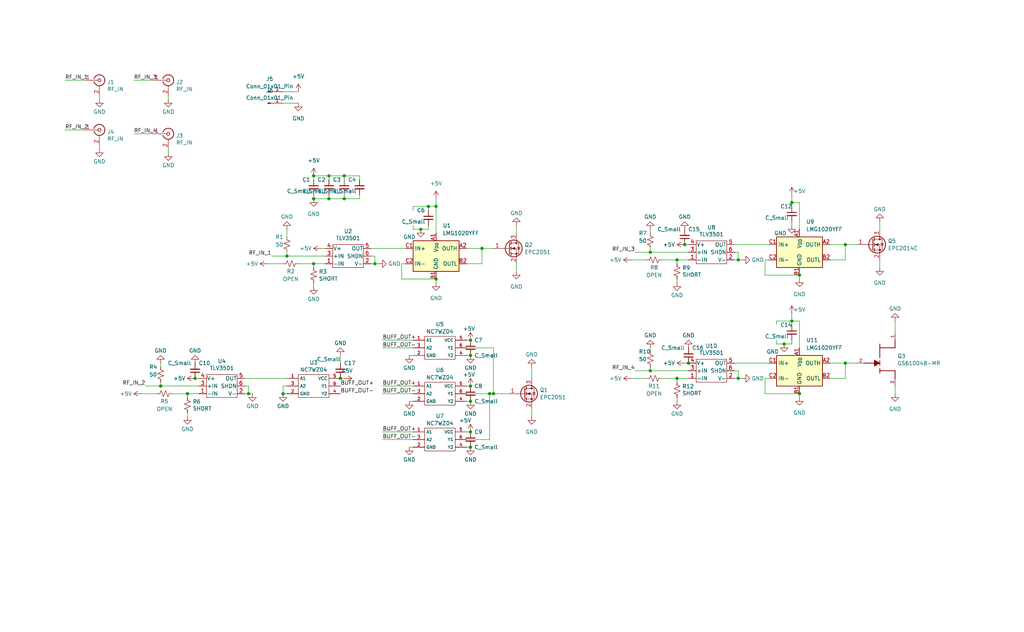
<source format=kicad_sch>
(kicad_sch (version 20230121) (generator eeschema)
  (paper "User" 340.004 210.007)
  (lib_symbols
    (symbol "Connector:Conn_01x01_Pin" (pin_names (offset 1.016) hide)
      (property "Reference" "J" (at 0 2.54 0))
      (property "Value" "Conn_01x01_Pin" (at 0 -2.54 0))
      (symbol "Conn_01x01_Pin_1_1"
        (polyline (pts (xy 1.27 0) (xy 0.8636 0)) (stroke (width 0.1524)))
        (rectangle (start 0.8636 0.127) (end 0 -0.127) (stroke (width 0.1524)) (fill (type outline)))
        (pin passive line (at 5.08 0 180) (length 3.81) (name "Pin_1") (number "1"))
      )
    )
    (symbol "Connector:Conn_Coaxial" (pin_names (offset 1.016) hide)
      (property "Reference" "J" (at 0.254 3.048 0))
      (property "Value" "Conn_Coaxial" (at 2.921 0 90))
      (symbol "Conn_Coaxial_0_1"
        (arc (start -1.778 -0.508) (mid 0.2311 -1.8066) (end 1.778 0) (stroke (width 0.254)))
        (polyline (pts (xy -2.54 0) (xy -0.508 0)))
        (polyline (pts (xy 0 -2.54) (xy 0 -1.778)))
        (circle (center 0 0) (radius 0.508) (stroke (width 0.2032)))
        (arc (start 1.778 0) (mid 0.2099 1.8101) (end -1.778 0.508) (stroke (width 0.254)))
      )
      (symbol "Conn_Coaxial_1_1"
        (pin passive line (at -5.08 0 0) (length 2.54) (name "In") (number "1"))
        (pin passive line (at 0 -5.08 90) (length 2.54) (name "Ext") (number "2"))
      )
    )
    (symbol "Device:C_Small" (pin_numbers hide) (pin_names (offset 0.254) hide)
      (property "Reference" "C" (at 0.254 1.778 0))
      (property "Value" "C_Small" (at 0.254 -2.032 0))
      (symbol "C_Small_0_1"
        (polyline (pts (xy -1.524 -0.508) (xy 1.524 -0.508)) (stroke (width 0.3302)))
        (polyline (pts (xy -1.524 0.508) (xy 1.524 0.508)) (stroke (width 0.3048)))
      )
      (symbol "C_Small_1_1"
        (pin passive line (at 0 2.54 270) (length 2.032) (name "~") (number "1"))
        (pin passive line (at 0 -2.54 90) (length 2.032) (name "~") (number "2"))
      )
    )
    (symbol "Device:Q_NMOS_GSD" (pin_names (offset 0) hide)
      (property "Reference" "Q" (at 5.08 1.27 0))
      (property "Value" "Q_NMOS_GSD" (at 5.08 -1.27 0))
      (symbol "Q_NMOS_GSD_0_1"
        (polyline (pts (xy 0.254 0) (xy -2.54 0)))
        (polyline (pts (xy 0.254 1.905) (xy 0.254 -1.905)) (stroke (width 0.254)))
        (polyline (pts (xy 0.762 -1.27) (xy 0.762 -2.286)) (stroke (width 0.254)))
        (polyline (pts (xy 0.762 0.508) (xy 0.762 -0.508)) (stroke (width 0.254)))
        (polyline (pts (xy 0.762 2.286) (xy 0.762 1.27)) (stroke (width 0.254)))
        (polyline (pts (xy 2.54 2.54) (xy 2.54 1.778)))
        (polyline (pts (xy 2.54 -2.54) (xy 2.54 0) (xy 0.762 0)))
        (polyline (pts (xy 0.762 -1.778) (xy 3.302 -1.778) (xy 3.302 1.778) (xy 0.762 1.778)))
        (polyline (pts (xy 1.016 0) (xy 2.032 0.381) (xy 2.032 -0.381) (xy 1.016 0)) (fill (type outline)))
        (polyline (pts (xy 2.794 0.508) (xy 2.921 0.381) (xy 3.683 0.381) (xy 3.81 0.254)))
        (polyline (pts (xy 3.302 0.381) (xy 2.921 -0.254) (xy 3.683 -0.254) (xy 3.302 0.381)))
        (circle (center 1.651 0) (radius 2.794) (stroke (width 0.254)))
        (circle (center 2.54 -1.778) (radius 0.254) (fill (type outline)))
        (circle (center 2.54 1.778) (radius 0.254) (fill (type outline)))
      )
      (symbol "Q_NMOS_GSD_1_1"
        (pin input line (at -5.08 0 0) (length 2.54) (name "G") (number "1"))
        (pin passive line (at 2.54 -5.08 90) (length 2.54) (name "S") (number "2"))
        (pin passive line (at 2.54 5.08 270) (length 2.54) (name "D") (number "3"))
        (pin passive line (at 2.54 5.08 270) (length 2.54) hide (name "D") (number "4"))
        (pin passive line (at 2.54 -5.08 90) (length 2.54) hide (name "D") (number "5"))
        (pin passive line (at 2.54 -5.08 90) (length 2.54) hide (name "D") (number "6"))
      )
    )
    (symbol "Device:R_Small_US" (pin_numbers hide) (pin_names (offset 0.254) hide)
      (property "Reference" "R" (at 0.762 0.508 0))
      (property "Value" "R_Small_US" (at 0.762 -1.016 0))
      (symbol "R_Small_US_1_1"
        (polyline (pts (xy 0 0) (xy 1.016 -0.381) (xy 0 -0.762) (xy -1.016 -1.143) (xy 0 -1.524)))
        (polyline (pts (xy 0 1.524) (xy 1.016 1.143) (xy 0 0.762) (xy -1.016 0.381) (xy 0 0)))
        (pin passive line (at 0 2.54 270) (length 1.016) (name "~") (number "1"))
        (pin passive line (at 0 -2.54 90) (length 1.016) (name "~") (number "2"))
      )
    )
    (symbol "Driver_FET:LMG1020YFF"
      (property "Reference" "U" (at 5.715 5.715 0))
      (property "Value" "LMG1020YFF" (at 6.35 -6.35 0))
      (symbol "LMG1020YFF_0_1"
        (rectangle (start -7.62 5.08) (end 7.62 -5.08) (stroke (width 0.254)) (fill (type background)))
      )
      (symbol "LMG1020YFF_1_1"
        (pin power_in line (at 0 7.62 270) (length 2.54) (name "V_{DD}") (number "A1"))
        (pin output line (at 10.16 2.54 180) (length 2.54) (name "OUTH") (number "A2"))
        (pin power_in line (at 0 -7.62 90) (length 2.54) (name "GND") (number "B1"))
        (pin output line (at 10.16 -2.54 180) (length 2.54) (name "OUTL") (number "B2"))
        (pin input line (at -10.16 2.54 0) (length 2.54) (name "IN+") (number "C1"))
        (pin input line (at -10.16 -2.54 0) (length 2.54) (name "IN-") (number "C2"))
      )
    )
    (symbol "GS61004B-MR:GS61004B-MR" (pin_names (offset 1.016))
      (property "Reference" "Q" (at -8.89 7.62 0))
      (property "Value" "GS61004B-MR" (at -8.89 -8.89 0))
      (symbol "GS61004B-MR_0_0"
        (polyline (pts (xy -0.635 0) (xy -5.08 0)) (stroke (width 0.254)))
        (polyline (pts (xy 0 -2.54) (xy 0 -3.302)) (stroke (width 0.254)))
        (polyline (pts (xy 0 -2.54) (xy 5.08 -2.54)) (stroke (width 0.254)))
        (polyline (pts (xy 0 -1.778) (xy 0 -2.54)) (stroke (width 0.254)))
        (polyline (pts (xy 0 -0.762) (xy 0 0.762)) (stroke (width 0.254)))
        (polyline (pts (xy 0 1.778) (xy 0 5.08)) (stroke (width 0.254)))
        (polyline (pts (xy 0 5.08) (xy 0 6.35)) (stroke (width 0.254)))
        (polyline (pts (xy 0 5.08) (xy 5.08 5.08)) (stroke (width 0.254)))
        (polyline (pts (xy 5.08 -2.54) (xy 5.08 -5.334)) (stroke (width 0.254)))
        (polyline (pts (xy 5.08 5.08) (xy 5.08 7.62)) (stroke (width 0.254)))
        (polyline (pts (xy -0.127 0) (xy -1.778 0.9525) (xy -1.778 -0.9525) (xy -0.127 0)) (stroke (width 0.254)) (fill (type outline)))
        (pin passive line (at 5.08 10.16 270) (length 2.54) (name "~") (number "1"))
        (pin passive line (at -7.62 0 0) (length 2.54) (name "~") (number "2"))
        (pin passive line (at 5.08 -7.62 90) (length 2.54) (name "~") (number "3"))
      )
    )
    (symbol "MyKICAD:TLV3501" (pin_names (offset 0.1016))
      (property "Reference" "U" (at 1.27 1.27 0))
      (property "Value" "MyKICAD_TLV3501" (at 5.08 -8.89 0))
      (symbol "TLV3501_0_1"
        (rectangle (start 0 0) (end 10.16 -7.62))
      )
      (symbol "TLV3501_1_1"
        (pin bidirectional line (at -2.54 -6.35 0) (length 2.54) (name "-IN") (number "1"))
        (pin bidirectional line (at 12.7 -6.35 180) (length 2.54) (name "V-") (number "2"))
        (pin bidirectional line (at -2.54 -3.81 0) (length 2.54) (name "+IN") (number "3"))
        (pin bidirectional line (at -2.54 -1.27 0) (length 2.54) (name "V+") (number "4"))
        (pin bidirectional line (at 12.7 -1.27 180) (length 2.54) (name "OUT") (number "5"))
        (pin bidirectional line (at 12.7 -3.81 180) (length 2.54) (name "SHDN") (number "6"))
      )
    )
    (symbol "Q_NMOS_GSD_1" (pin_names (offset 0) hide)
      (property "Reference" "Q4" (at 5.207 1.2121 0))
      (property "Value" "EPC2014C" (at 5.207 -1.2121 0))
      (symbol "Q_NMOS_GSD_1_0_1"
        (polyline (pts (xy 0.254 0) (xy -2.54 0)))
        (polyline (pts (xy 0.254 1.905) (xy 0.254 -1.905)) (stroke (width 0.254)))
        (polyline (pts (xy 0.762 -1.27) (xy 0.762 -2.286)) (stroke (width 0.254)))
        (polyline (pts (xy 0.762 0.508) (xy 0.762 -0.508)) (stroke (width 0.254)))
        (polyline (pts (xy 0.762 2.286) (xy 0.762 1.27)) (stroke (width 0.254)))
        (polyline (pts (xy 2.54 2.54) (xy 2.54 1.778)))
        (polyline (pts (xy 2.54 -2.54) (xy 2.54 0) (xy 0.762 0)))
        (polyline (pts (xy 0.762 -1.778) (xy 3.302 -1.778) (xy 3.302 1.778) (xy 0.762 1.778)))
        (polyline (pts (xy 1.016 0) (xy 2.032 0.381) (xy 2.032 -0.381) (xy 1.016 0)) (fill (type outline)))
        (polyline (pts (xy 2.794 0.508) (xy 2.921 0.381) (xy 3.683 0.381) (xy 3.81 0.254)))
        (polyline (pts (xy 3.302 0.381) (xy 2.921 -0.254) (xy 3.683 -0.254) (xy 3.302 0.381)))
        (circle (center 1.651 0) (radius 2.794) (stroke (width 0.254)))
        (circle (center 2.54 -1.778) (radius 0.254) (fill (type outline)))
        (circle (center 2.54 1.778) (radius 0.254) (fill (type outline)))
      )
      (symbol "Q_NMOS_GSD_1_1_1"
        (pin input line (at -5.08 0 0) (length 2.54) (name "G") (number "1"))
        (pin passive line (at 2.54 -5.08 90) (length 2.54) (name "S") (number "2"))
        (pin passive line (at 2.54 5.08 270) (length 2.54) (name "D") (number "3"))
        (pin passive line (at 2.54 -5.08 90) (length 2.54) hide (name "S") (number "4"))
        (pin passive line (at 2.54 5.08 270) (length 2.54) hide (name "D") (number "5"))
      )
    )
    (symbol "parts:NC7WZ04"
      (property "Reference" "U?" (at 0 5.08 0))
      (property "Value" "NC7WZ04" (at -6.35 6.35 0))
      (symbol "NC7WZ04_0_1"
        (rectangle (start -5.08 3.81) (end 5.08 -3.81))
      )
      (symbol "NC7WZ04_1_0"
        (pin input line (at -8.89 2.54 0) (length 3.81) (name "A1") (number "1"))
        (pin input line (at -8.89 -2.54 0) (length 3.81) (name "GND") (number "2"))
        (pin input line (at -8.89 0 0) (length 3.81) (name "A2") (number "3"))
        (pin input line (at 8.89 -2.54 180) (length 3.81) (name "Y2") (number "4"))
        (pin input line (at 8.89 2.54 180) (length 3.81) (name "VCC") (number "5"))
        (pin input line (at 8.89 0 180) (length 3.81) (name "Y1") (number "6"))
      )
    )
    (symbol "power:+5V" (power) (pin_names (offset 0))
      (property "Value" "+5V" (at 0 3.556 0))
      (symbol "+5V_0_1"
        (polyline (pts (xy -0.762 1.27) (xy 0 2.54)))
        (polyline (pts (xy 0 0) (xy 0 2.54)))
        (polyline (pts (xy 0 2.54) (xy 0.762 1.27)))
      )
      (symbol "+5V_1_1"
        (pin power_in line (at 0 0 90) (length 0) hide (name "+5V") (number "1"))
      )
    )
    (symbol "power:GND" (power) (pin_names (offset 0))
      (property "Value" "GND" (at 0 -3.81 0))
      (symbol "GND_0_1"
        (polyline (pts (xy 0 0) (xy 0 -1.27) (xy 1.27 -1.27) (xy 0 -2.54) (xy -1.27 -1.27) (xy 0 -1.27)))
      )
      (symbol "GND_1_1"
        (pin power_in line (at 0 0 270) (length 0) hide (name "GND") (number "1"))
      )
    )
  )
  (junction (at 262.89 106.68))
  (junction (at 260.35 114.3))
  (junction (at 104.14 87.63))
  (junction (at 53.34 128.27))
  (junction (at 215.9 83.82))
  (junction (at 156.21 113.03))
  (junction (at 163.83 130.81))
  (junction (at 109.22 66.04))
  (junction (at 262.89 67.31))
  (junction (at 215.9 123.19))
  (junction (at 114.3 66.04))
  (junction (at 144.78 92.71))
  (junction (at 109.22 58.42))
  (junction (at 227.33 81.28))
  (junction (at 64.77 125.73))
  (junction (at 280.67 120.65))
  (junction (at 160.02 82.55))
  (junction (at 265.43 91.44))
  (junction (at 245.11 125.73))
  (junction (at 156.21 148.59))
  (junction (at 104.14 66.04))
  (junction (at 228.6 120.65))
  (junction (at 280.67 81.28))
  (junction (at 139.7 76.2))
  (junction (at 124.46 87.63))
  (junction (at 62.23 130.81))
  (junction (at 156.21 143.51))
  (junction (at 224.79 125.73))
  (junction (at 245.11 86.36))
  (junction (at 162.56 130.81))
  (junction (at 156.21 128.27))
  (junction (at 93.98 130.81))
  (junction (at 144.78 68.58))
  (junction (at 142.24 68.58))
  (junction (at 265.43 130.81))
  (junction (at 156.21 133.35))
  (junction (at 114.3 58.42))
  (junction (at 224.79 86.36))
  (junction (at 95.25 85.09))
  (junction (at 113.03 125.73))
  (junction (at 82.55 130.81))
  (junction (at 104.14 58.42))
  (junction (at 156.21 118.11))
  (wire (pts (xy 254 86.36) (xy 255.27 86.36)))
  (wire (pts (xy 114.3 58.42) (xy 119.38 58.42)))
  (wire (pts (xy 245.11 86.36) (xy 246.38 86.36)))
  (wire (pts (xy 21.59 43.18) (xy 27.94 43.18)))
  (wire (pts (xy 262.89 67.31) (xy 262.89 68.58)))
  (wire (pts (xy 113.03 118.11) (xy 113.03 120.65)))
  (wire (pts (xy 275.59 120.65) (xy 280.67 120.65)))
  (wire (pts (xy 162.56 130.81) (xy 163.83 130.81)))
  (wire (pts (xy 127 146.05) (xy 137.16 146.05)))
  (wire (pts (xy 81.28 128.27) (xy 82.55 128.27)))
  (wire (pts (xy 142.24 74.93) (xy 142.24 76.2)))
  (wire (pts (xy 135.89 148.59) (xy 137.16 148.59)))
  (wire (pts (xy 160.02 82.55) (xy 163.83 82.55)))
  (wire (pts (xy 254 125.73) (xy 255.27 125.73)))
  (wire (pts (xy 275.59 125.73) (xy 280.67 125.73)))
  (wire (pts (xy 154.94 115.57) (xy 163.83 115.57)))
  (wire (pts (xy 99.06 87.63) (xy 104.14 87.63)))
  (wire (pts (xy 243.84 125.73) (xy 245.11 125.73)))
  (wire (pts (xy 154.94 113.03) (xy 156.21 113.03)))
  (wire (pts (xy 64.77 125.73) (xy 66.04 125.73)))
  (wire (pts (xy 265.43 67.31) (xy 265.43 76.2)))
  (wire (pts (xy 139.7 76.2) (xy 142.24 76.2)))
  (wire (pts (xy 137.16 74.93) (xy 137.16 76.2)))
  (wire (pts (xy 154.94 133.35) (xy 156.21 133.35)))
  (wire (pts (xy 137.16 76.2) (xy 139.7 76.2)))
  (wire (pts (xy 260.35 114.3) (xy 262.89 114.3)))
  (wire (pts (xy 245.11 83.82) (xy 245.11 86.36)))
  (wire (pts (xy 95.25 85.09) (xy 107.95 85.09)))
  (wire (pts (xy 257.81 114.3) (xy 260.35 114.3)))
  (wire (pts (xy 162.56 146.05) (xy 154.94 146.05)))
  (wire (pts (xy 109.22 64.77) (xy 109.22 66.04)))
  (wire (pts (xy 142.24 68.58) (xy 142.24 69.85)))
  (wire (pts (xy 82.55 128.27) (xy 82.55 130.81)))
  (wire (pts (xy 123.19 87.63) (xy 124.46 87.63)))
  (wire (pts (xy 176.53 121.92) (xy 176.53 125.73)))
  (wire (pts (xy 95.25 128.27) (xy 93.98 128.27)))
  (wire (pts (xy 123.19 85.09) (xy 124.46 85.09)))
  (wire (pts (xy 215.9 123.19) (xy 210.82 123.19)))
  (wire (pts (xy 44.45 26.67) (xy 50.8 26.67)))
  (wire (pts (xy 144.78 68.58) (xy 142.24 68.58)))
  (wire (pts (xy 53.34 120.65) (xy 53.34 121.92)))
  (wire (pts (xy 57.15 130.81) (xy 62.23 130.81)))
  (wire (pts (xy 254 91.44) (xy 265.43 91.44)))
  (wire (pts (xy 227.33 81.28) (xy 228.6 81.28)))
  (wire (pts (xy 262.89 104.14) (xy 262.89 106.68)))
  (wire (pts (xy 133.35 87.63) (xy 134.62 87.63)))
  (wire (pts (xy 53.34 128.27) (xy 48.26 128.27)))
  (wire (pts (xy 53.34 128.27) (xy 66.04 128.27)))
  (wire (pts (xy 144.78 68.58) (xy 144.78 77.47)))
  (wire (pts (xy 33.02 31.75) (xy 33.02 33.02)))
  (wire (pts (xy 215.9 83.82) (xy 228.6 83.82)))
  (wire (pts (xy 137.16 68.58) (xy 137.16 69.85)))
  (wire (pts (xy 245.11 125.73) (xy 246.38 125.73)))
  (wire (pts (xy 224.79 92.71) (xy 224.79 93.98)))
  (wire (pts (xy 275.59 81.28) (xy 280.67 81.28)))
  (wire (pts (xy 93.98 128.27) (xy 93.98 130.81)))
  (wire (pts (xy 93.98 30.48) (xy 99.06 30.48)))
  (wire (pts (xy 171.45 87.63) (xy 171.45 90.17)))
  (wire (pts (xy 265.43 91.44) (xy 265.43 92.71)))
  (wire (pts (xy 254 125.73) (xy 254 130.81)))
  (wire (pts (xy 163.83 130.81) (xy 168.91 130.81)))
  (wire (pts (xy 93.98 130.81) (xy 95.25 130.81)))
  (wire (pts (xy 119.38 66.04) (xy 119.38 64.77)))
  (wire (pts (xy 135.89 118.11) (xy 137.16 118.11)))
  (wire (pts (xy 262.89 113.03) (xy 262.89 114.3)))
  (wire (pts (xy 262.89 64.77) (xy 262.89 67.31)))
  (wire (pts (xy 254 130.81) (xy 265.43 130.81)))
  (wire (pts (xy 262.89 106.68) (xy 257.81 106.68)))
  (wire (pts (xy 53.34 128.27) (xy 53.34 127)))
  (wire (pts (xy 154.94 87.63) (xy 160.02 87.63)))
  (wire (pts (xy 215.9 83.82) (xy 210.82 83.82)))
  (wire (pts (xy 154.94 130.81) (xy 162.56 130.81)))
  (wire (pts (xy 224.79 132.08) (xy 224.79 133.35)))
  (wire (pts (xy 21.59 26.67) (xy 27.94 26.67)))
  (wire (pts (xy 163.83 115.57) (xy 163.83 130.81)))
  (wire (pts (xy 123.19 82.55) (xy 134.62 82.55)))
  (wire (pts (xy 109.22 58.42) (xy 109.22 59.69)))
  (wire (pts (xy 127 115.57) (xy 137.16 115.57)))
  (wire (pts (xy 224.79 86.36) (xy 228.6 86.36)))
  (wire (pts (xy 104.14 88.9) (xy 104.14 87.63)))
  (wire (pts (xy 275.59 86.36) (xy 280.67 86.36)))
  (wire (pts (xy 133.35 87.63) (xy 133.35 92.71)))
  (wire (pts (xy 292.1 86.36) (xy 292.1 88.9)))
  (wire (pts (xy 297.18 128.27) (xy 297.18 130.81)))
  (wire (pts (xy 44.45 44.45) (xy 50.8 44.45)))
  (wire (pts (xy 243.84 81.28) (xy 255.27 81.28)))
  (wire (pts (xy 144.78 66.04) (xy 144.78 68.58)))
  (wire (pts (xy 219.71 125.73) (xy 224.79 125.73)))
  (wire (pts (xy 62.23 132.08) (xy 62.23 130.81)))
  (wire (pts (xy 176.53 135.89) (xy 176.53 138.43)))
  (wire (pts (xy 83.82 130.81) (xy 82.55 130.81)))
  (wire (pts (xy 33.02 48.26) (xy 33.02 49.53)))
  (wire (pts (xy 62.23 130.81) (xy 66.04 130.81)))
  (wire (pts (xy 127 130.81) (xy 137.16 130.81)))
  (wire (pts (xy 95.25 85.09) (xy 90.17 85.09)))
  (wire (pts (xy 219.71 86.36) (xy 224.79 86.36)))
  (wire (pts (xy 104.14 64.77) (xy 104.14 66.04)))
  (wire (pts (xy 127 143.51) (xy 137.16 143.51)))
  (wire (pts (xy 215.9 115.57) (xy 215.9 116.84)))
  (wire (pts (xy 297.18 106.68) (xy 297.18 110.49)))
  (wire (pts (xy 55.88 49.53) (xy 55.88 50.8)))
  (wire (pts (xy 280.67 120.65) (xy 284.48 120.65)))
  (wire (pts (xy 262.89 106.68) (xy 262.89 107.95)))
  (wire (pts (xy 104.14 58.42) (xy 104.14 59.69)))
  (wire (pts (xy 160.02 87.63) (xy 160.02 82.55)))
  (wire (pts (xy 133.35 92.71) (xy 144.78 92.71)))
  (wire (pts (xy 224.79 125.73) (xy 228.6 125.73)))
  (wire (pts (xy 243.84 83.82) (xy 245.11 83.82)))
  (wire (pts (xy 62.23 137.16) (xy 62.23 138.43)))
  (wire (pts (xy 254 86.36) (xy 254 91.44)))
  (wire (pts (xy 280.67 86.36) (xy 280.67 81.28)))
  (wire (pts (xy 209.55 125.73) (xy 214.63 125.73)))
  (wire (pts (xy 113.03 125.73) (xy 114.3 125.73)))
  (wire (pts (xy 243.84 120.65) (xy 255.27 120.65)))
  (wire (pts (xy 154.94 143.51) (xy 156.21 143.51)))
  (wire (pts (xy 243.84 86.36) (xy 245.11 86.36)))
  (wire (pts (xy 215.9 76.2) (xy 215.9 77.47)))
  (wire (pts (xy 109.22 66.04) (xy 114.3 66.04)))
  (wire (pts (xy 262.89 67.31) (xy 265.43 67.31)))
  (wire (pts (xy 114.3 64.77) (xy 114.3 66.04)))
  (wire (pts (xy 162.56 130.81) (xy 162.56 146.05)))
  (wire (pts (xy 262.89 73.66) (xy 262.89 74.93)))
  (wire (pts (xy 171.45 74.93) (xy 171.45 77.47)))
  (wire (pts (xy 127 113.03) (xy 137.16 113.03)))
  (wire (pts (xy 142.24 68.58) (xy 137.16 68.58)))
  (wire (pts (xy 104.14 87.63) (xy 107.95 87.63)))
  (wire (pts (xy 46.99 130.81) (xy 52.07 130.81)))
  (wire (pts (xy 265.43 130.81) (xy 265.43 132.08)))
  (wire (pts (xy 82.55 130.81) (xy 81.28 130.81)))
  (wire (pts (xy 95.25 76.2) (xy 95.25 78.74)))
  (wire (pts (xy 154.94 118.11) (xy 156.21 118.11)))
  (wire (pts (xy 224.79 127) (xy 224.79 125.73)))
  (wire (pts (xy 95.25 85.09) (xy 95.25 83.82)))
  (wire (pts (xy 106.68 82.55) (xy 107.95 82.55)))
  (wire (pts (xy 154.94 148.59) (xy 156.21 148.59)))
  (wire (pts (xy 124.46 87.63) (xy 125.73 87.63)))
  (wire (pts (xy 114.3 58.42) (xy 114.3 59.69)))
  (wire (pts (xy 292.1 73.66) (xy 292.1 76.2)))
  (wire (pts (xy 114.3 66.04) (xy 119.38 66.04)))
  (wire (pts (xy 215.9 123.19) (xy 215.9 121.92)))
  (wire (pts (xy 257.81 106.68) (xy 257.81 107.95)))
  (wire (pts (xy 104.14 93.98) (xy 104.14 95.25)))
  (wire (pts (xy 215.9 83.82) (xy 215.9 82.55)))
  (wire (pts (xy 265.43 106.68) (xy 265.43 115.57)))
  (wire (pts (xy 154.94 82.55) (xy 160.02 82.55)))
  (wire (pts (xy 262.89 106.68) (xy 265.43 106.68)))
  (wire (pts (xy 154.94 128.27) (xy 156.21 128.27)))
  (wire (pts (xy 257.81 113.03) (xy 257.81 114.3)))
  (wire (pts (xy 109.22 58.42) (xy 114.3 58.42)))
  (wire (pts (xy 104.14 58.42) (xy 109.22 58.42)))
  (wire (pts (xy 119.38 58.42) (xy 119.38 59.69)))
  (wire (pts (xy 224.79 87.63) (xy 224.79 86.36)))
  (wire (pts (xy 104.14 66.04) (xy 109.22 66.04)))
  (wire (pts (xy 280.67 81.28) (xy 284.48 81.28)))
  (wire (pts (xy 243.84 123.19) (xy 245.11 123.19)))
  (wire (pts (xy 227.33 120.65) (xy 228.6 120.65)))
  (wire (pts (xy 209.55 86.36) (xy 214.63 86.36)))
  (wire (pts (xy 280.67 125.73) (xy 280.67 120.65)))
  (wire (pts (xy 127 128.27) (xy 137.16 128.27)))
  (wire (pts (xy 93.98 34.29) (xy 99.06 34.29)))
  (wire (pts (xy 215.9 123.19) (xy 228.6 123.19)))
  (wire (pts (xy 88.9 87.63) (xy 93.98 87.63)))
  (wire (pts (xy 245.11 123.19) (xy 245.11 125.73)))
  (wire (pts (xy 135.89 133.35) (xy 137.16 133.35)))
  (wire (pts (xy 81.28 125.73) (xy 95.25 125.73)))
  (wire (pts (xy 144.78 92.71) (xy 144.78 93.98)))
  (wire (pts (xy 55.88 31.75) (xy 55.88 33.02)))
  (wire (pts (xy 124.46 85.09) (xy 124.46 87.63)))
  (label "BUFF_OUT+" (at 127 143.51 0))
  (label "RF_IN_3" (at 210.82 83.82 180))
  (label "RF_IN_2" (at 21.59 43.18 0))
  (label "RF_IN_4" (at 210.82 123.19 180))
  (label "BUFF_OUT+" (at 127 128.27 0))
  (label "RF_IN_3" (at 44.45 26.67 0))
  (label "BUFF_OUT-" (at 127 130.81 0))
  (label "BUFF_OUT-" (at 127 146.05 0))
  (label "RF_IN_1" (at 90.17 85.09 180))
  (label "BUFF_OUT-" (at 113.03 130.81 0))
  (label "RF_IN_2" (at 48.26 128.27 180))
  (label "RF_IN_4" (at 44.45 44.45 0))
  (label "RF_IN_1" (at 21.59 26.67 0))
  (label "BUFF_OUT+" (at 127 113.03 0))
  (label "BUFF_OUT-" (at 127 115.57 0))
  (label "BUFF_OUT+" (at 113.03 128.27 0))
  (symbol (lib_id "power:GND") (at 135.89 133.35 0) (unit 1)
    (property "Reference" "#PWR021" (effects hide))
    (property "Value" "GND" (at 135.89 137.4831 0))
  )
  (symbol (lib_id "power:GND") (at 64.77 120.65 180) (unit 1)
    (property "Reference" "#PWR057" (effects hide))
    (property "Value" "GND" (at 64.77 116.5169 0))
  )
  (symbol (lib_id "power:GND") (at 104.14 66.04 0) (unit 1)
    (property "Reference" "#PWR04" (effects hide))
    (property "Value" "GND" (at 104.14 71.12 0))
  )
  (symbol (lib_id "power:GND") (at 265.43 132.08 0) (unit 1)
    (property "Reference" "#PWR047" (effects hide))
    (property "Value" "GND" (at 265.43 137.16 0))
  )
  (symbol (lib_id "power:+5V") (at 144.78 66.04 0) (unit 1)
    (property "Reference" "#PWR05" (effects hide))
    (property "Value" "+5V" (at 144.78 60.96 0))
  )
  (symbol (lib_id "power:+5V") (at 156.21 143.51 0) (unit 1)
    (property "Reference" "#PWR024" (effects hide))
    (property "Value" "+5V" (at 152.4 139.7 0) (effects (justify left)))
  )
  (symbol (lib_id "Device:R_Small_US") (at 224.79 129.54 0) (unit 1)
    (property "Reference" "R12" (at 226.5172 128.3716 0) (effects (justify left)))
    (property "Value" "SHORT" (at 226.5172 130.683 0) (effects (justify left)))
    (property "Footprint" "Resistor_SMD:R_0603_1608Metric" (effects hide))
  )
  (symbol (lib_id "power:+5V") (at 209.55 125.73 90) (unit 1)
    (property "Reference" "#PWR040" (effects hide))
    (property "Value" "+5V" (at 206.3751 125.73 90) (effects (justify left)))
  )
  (symbol (lib_id "power:GND") (at 224.79 133.35 0) (unit 1)
    (property "Reference" "#PWR042" (effects hide))
    (property "Value" "GND" (at 224.79 137.4831 0))
  )
  (symbol (lib_id "power:GND") (at 156.21 118.11 0) (unit 1)
    (property "Reference" "#PWR025" (effects hide))
    (property "Value" "GND" (at 156.21 122.2431 0))
  )
  (symbol (lib_id "Connector:Conn_Coaxial") (at 33.02 43.18 0) (unit 1)
    (property "Reference" "J4" (at 35.56 43.815 0) (effects (justify left)))
    (property "Value" "RF_IN" (at 35.56 46.1264 0) (effects (justify left)))
    (property "Footprint" "Connector_Coaxial:SMA_Amphenol_132134-10_Vertical" (effects hide))
    (property "Datasheet" " ~" (effects hide))
  )
  (symbol (lib_id "power:GND") (at 33.02 49.53 0) (unit 1)
    (property "Reference" "#PWR050" (effects hide))
    (property "Value" "GND" (at 33.02 53.6631 0))
  )
  (symbol (lib_id "Device:R_Small_US") (at 95.25 81.28 0) (unit 1)
    (property "Reference" "R1" (at 91.44 78.74 0) (effects (justify left)))
    (property "Value" "50" (at 91.44 81.28 0) (effects (justify left)))
    (property "Footprint" "Resistor_SMD:R_0603_1608Metric" (effects hide))
  )
  (symbol (lib_id "Device:C_Small") (at 142.24 72.39 0) (unit 1)
    (property "Reference" "C6" (at 138.43 69.85 0) (effects (justify left)))
    (property "Value" "C_Small" (at 133.35 73.66 0) (effects (justify left)))
    (property "Footprint" "Capacitor_SMD:C_0402_1005Metric_Pad0.74x0.62mm_HandSolder" (effects hide))
  )
  (symbol (lib_id "Device:C_Small") (at 119.38 62.23 0) (unit 1)
    (property "Reference" "C4" (at 115.57 59.69 0) (effects (justify left)))
    (property "Value" "C_Small" (at 110.49 63.5 0) (effects (justify left)))
    (property "Footprint" "Capacitor_SMD:C_0603_1608Metric_Pad1.08x0.95mm_HandSolder" (effects hide))
  )
  (symbol (lib_id "power:GND") (at 95.25 76.2 180) (unit 1)
    (property "Reference" "#PWR07" (effects hide))
    (property "Value" "GND" (at 95.25 72.0669 0))
  )
  (symbol (lib_id "power:GND") (at 125.73 87.63 90) (unit 1)
    (property "Reference" "#PWR010" (effects hide))
    (property "Value" "GND" (at 128.905 87.63 90) (effects (justify right)))
  )
  (symbol (lib_id "Device:R_Small_US") (at 62.23 134.62 0) (unit 1)
    (property "Reference" "R6" (at 63.9572 133.4516 0) (effects (justify left)))
    (property "Value" "SHORT" (at 63.9572 135.763 0) (effects (justify left)))
    (property "Footprint" "Resistor_SMD:R_0603_1608Metric" (effects hide))
  )
  (symbol (lib_id "power:GND") (at 93.98 130.81 0) (unit 1)
    (property "Reference" "#PWR013" (effects hide))
    (property "Value" "GND" (at 93.98 134.9431 0))
  )
  (symbol (lib_id "power:GND") (at 297.18 106.68 180) (unit 1)
    (property "Reference" "#PWR056" (effects hide))
    (property "Value" "GND" (at 297.18 102.5469 0))
  )
  (symbol (lib_id "Device:R_Small_US") (at 217.17 86.36 90) (unit 1)
    (property "Reference" "R8" (at 217.17 88.9 90))
    (property "Value" "OPEN" (at 217.17 91.44 90))
    (property "Footprint" "Resistor_SMD:R_0603_1608Metric" (effects hide))
  )
  (symbol (lib_id "power:GND") (at 292.1 88.9 0) (unit 1)
    (property "Reference" "#PWR048" (effects hide))
    (property "Value" "GND" (at 292.1 93.98 0))
  )
  (symbol (lib_id "Device:C_Small") (at 109.22 62.23 0) (unit 1)
    (property "Reference" "C2" (at 105.41 59.69 0) (effects (justify left)))
    (property "Value" "C_Small" (at 100.33 63.5 0) (effects (justify left)))
    (property "Footprint" "Capacitor_SMD:C_0603_1608Metric_Pad1.08x0.95mm_HandSolder" (effects hide))
  )
  (symbol (lib_id "Device:R_Small_US") (at 53.34 124.46 0) (unit 1)
    (property "Reference" "R4" (at 49.53 121.92 0) (effects (justify left)))
    (property "Value" "50" (at 49.53 124.46 0) (effects (justify left)))
    (property "Footprint" "Resistor_SMD:R_0603_1608Metric" (effects hide))
  )
  (symbol (lib_id "power:+5V") (at 46.99 130.81 90) (unit 1)
    (property "Reference" "#PWR014" (effects hide))
    (property "Value" "+5V" (at 43.8151 130.81 90) (effects (justify left)))
  )
  (symbol (lib_id "Device:R_Small_US") (at 215.9 119.38 0) (unit 1)
    (property "Reference" "R10" (at 212.09 116.84 0) (effects (justify left)))
    (property "Value" "50" (at 212.09 119.38 0) (effects (justify left)))
    (property "Footprint" "Resistor_SMD:R_0603_1608Metric" (effects hide))
  )
  (symbol (lib_id "Device:C_Small") (at 156.21 146.05 0) (unit 1)
    (property "Reference" "C9" (at 157.48 143.51 0) (effects (justify left)))
    (property "Value" "C_Small" (at 157.48 148.59 0) (effects (justify left)))
    (property "Footprint" "Capacitor_SMD:C_0402_1005Metric_Pad0.74x0.62mm_HandSolder" (effects hide))
  )
  (symbol (lib_id "power:GND") (at 228.6 115.57 180) (unit 1)
    (property "Reference" "#PWR059" (effects hide))
    (property "Value" "GND" (at 228.6 111.4369 0))
  )
  (symbol (lib_id "power:GND") (at 215.9 115.57 180) (unit 1)
    (property "Reference" "#PWR041" (effects hide))
    (property "Value" "GND" (at 215.9 111.4369 0))
  )
  (symbol (lib_id "power:GND") (at 176.53 138.43 0) (unit 1)
    (property "Reference" "#PWR028" (effects hide))
    (property "Value" "GND" (at 176.53 143.51 0))
  )
  (symbol (lib_id "parts:NC7WZ04") (at 146.05 130.81 0) (unit 1)
    (property "Reference" "U6" (at 146.05 122.9827 0))
    (property "Value" "NC7WZ04" (at 146.05 125.4069 0))
    (property "Footprint" "pcbparts:SOIC-6" (effects hide))
  )
  (symbol (lib_id "Device:C_Small") (at 114.3 62.23 0) (unit 1)
    (property "Reference" "C3" (at 110.49 59.69 0) (effects (justify left)))
    (property "Value" "C_Small" (at 105.41 63.5 0) (effects (justify left)))
    (property "Footprint" "Capacitor_SMD:C_0603_1608Metric_Pad1.08x0.95mm_HandSolder" (effects hide))
  )
  (symbol (lib_id "power:GND") (at 62.23 138.43 0) (unit 1)
    (property "Reference" "#PWR016" (effects hide))
    (property "Value" "GND" (at 62.23 142.5631 0))
  )
  (symbol (lib_id "power:GND") (at 113.03 118.11 180) (unit 1)
    (property "Reference" "#PWR060" (effects hide))
    (property "Value" "GND" (at 113.03 113.9769 0))
  )
  (symbol (lib_id "power:GND") (at 265.43 92.71 0) (unit 1)
    (property "Reference" "#PWR039" (effects hide))
    (property "Value" "GND" (at 265.43 97.79 0))
  )
  (symbol (lib_id "power:GND") (at 156.21 148.59 0) (unit 1)
    (property "Reference" "#PWR027" (effects hide))
    (property "Value" "GND" (at 156.21 152.7231 0))
  )
  (symbol (lib_id "power:GND") (at 246.38 86.36 90) (unit 1)
    (property "Reference" "#PWR036" (effects hide))
    (property "Value" "GND" (at 249.555 86.36 90) (effects (justify right)))
  )
  (symbol (lib_id "power:GND") (at 260.35 114.3 0) (unit 1)
    (property "Reference" "#PWR045" (effects hide))
    (property "Value" "GND" (at 256.54 116.84 0))
  )
  (symbol (lib_id "power:GND") (at 55.88 33.02 0) (unit 1)
    (property "Reference" "#PWR030" (effects hide))
    (property "Value" "GND" (at 55.88 37.1531 0))
  )
  (symbol (lib_id "Connector:Conn_Coaxial") (at 55.88 44.45 0) (unit 1)
    (property "Reference" "J3" (at 58.42 45.085 0) (effects (justify left)))
    (property "Value" "RF_IN" (at 58.42 47.3964 0) (effects (justify left)))
    (property "Footprint" "Connector_Coaxial:SMA_Amphenol_132134-10_Vertical" (effects hide))
    (property "Datasheet" " ~" (effects hide))
  )
  (symbol (lib_id "power:+5V") (at 114.3 125.73 270) (unit 1)
    (property "Reference" "#PWR012" (effects hide))
    (property "Value" "+5V" (at 113.03 123.19 90) (effects (justify left)))
  )
  (symbol (lib_id "Device:Q_NMOS_GSD") (at 168.91 82.55 0) (unit 1)
    (property "Reference" "Q2" (at 174.117 81.3379 0) (effects (justify left)))
    (property "Value" "EPC2051" (at 174.117 83.7621 0) (effects (justify left)))
    (property "Footprint" "EPCGaN:BGA-6_3x2_6.0x6.0mm" (effects hide))
  )
  (symbol (lib_id "power:GND") (at 246.38 125.73 90) (unit 1)
    (property "Reference" "#PWR044" (effects hide))
    (property "Value" "GND" (at 249.555 125.73 90) (effects (justify right)))
  )
  (symbol (lib_id "power:GND") (at 215.9 76.2 180) (unit 1)
    (property "Reference" "#PWR033" (effects hide))
    (property "Value" "GND" (at 215.9 72.0669 0))
  )
  (symbol (lib_id "Device:R_Small_US") (at 217.17 125.73 90) (unit 1)
    (property "Reference" "R11" (at 217.17 128.27 90))
    (property "Value" "OPEN" (at 217.17 130.81 90))
    (property "Footprint" "Resistor_SMD:R_0603_1608Metric" (effects hide))
  )
  (symbol (lib_id "Connector:Conn_Coaxial") (at 55.88 26.67 0) (unit 1)
    (property "Reference" "J2" (at 58.42 27.305 0) (effects (justify left)))
    (property "Value" "RF_IN" (at 58.42 29.6164 0) (effects (justify left)))
    (property "Footprint" "Connector_Coaxial:SMA_Amphenol_132134-10_Vertical" (effects hide))
    (property "Datasheet" " ~" (effects hide))
  )
  (symbol (lib_id "Device:R_Small_US") (at 104.14 91.44 0) (unit 1)
    (property "Reference" "R3" (at 105.8672 90.2716 0) (effects (justify left)))
    (property "Value" "SHORT" (at 105.8672 92.583 0) (effects (justify left)))
    (property "Footprint" "Resistor_SMD:R_0603_1608Metric" (effects hide))
  )
  (symbol (lib_id "power:GND") (at 171.45 74.93 180) (unit 1)
    (property "Reference" "#PWR053" (effects hide))
    (property "Value" "GND" (at 171.45 70.7969 0))
  )
  (symbol (lib_id "Device:C_Small") (at 228.6 118.11 180) (unit 1)
    (property "Reference" "C16" (at 233.68 115.57 0) (effects (justify left)))
    (property "Value" "C_Small" (at 227.33 115.57 0) (effects (justify left)))
    (property "Footprint" "Capacitor_SMD:C_0603_1608Metric_Pad1.08x0.95mm_HandSolder" (effects hide))
  )
  (symbol (lib_id "power:GND") (at 135.89 118.11 0) (unit 1)
    (property "Reference" "#PWR019" (effects hide))
    (property "Value" "GND" (at 135.89 122.2431 0))
  )
  (symbol (lib_id "Driver_FET:LMG1020YFF") (at 265.43 83.82 0) (unit 1)
    (property "Reference" "U9" (at 267.6241 73.66 0) (effects (justify left)))
    (property "Value" "LMG1020YFF" (at 267.6241 76.2 0) (effects (justify left)))
    (property "Footprint" "GateDriver:BGA6N40P3X2_125X85X62N" (effects hide))
    (property "Datasheet" "https://www.ti.com/lit/ds/symlink/lmg1020.pdf" (effects hide))
  )
  (symbol (lib_id "power:+5V") (at 64.77 125.73 90) (unit 1)
    (property "Reference" "#PWR017" (effects hide))
    (property "Value" "+5V" (at 61.5951 125.73 90) (effects (justify left)))
  )
  (symbol (lib_id "power:GND") (at 227.33 76.2 180) (unit 1)
    (property "Reference" "#PWR058" (effects hide))
    (property "Value" "GND" (at 227.33 72.0669 0))
  )
  (symbol (lib_id "power:GND") (at 104.14 95.25 0) (unit 1)
    (property "Reference" "#PWR08" (effects hide))
    (property "Value" "GND" (at 104.14 99.3831 0))
  )
  (symbol (lib_id "power:+5V") (at 209.55 86.36 90) (unit 1)
    (property "Reference" "#PWR032" (effects hide))
    (property "Value" "+5V" (at 206.3751 86.36 90) (effects (justify left)))
  )
  (symbol (lib_id "power:+5V") (at 99.06 30.48 0) (unit 1)
    (property "Reference" "#PWR051" (effects hide))
    (property "Value" "+5V" (at 99.06 25.4 0))
  )
  (symbol (lib_id "Driver_FET:LMG1020YFF") (at 265.43 123.19 0) (unit 1)
    (property "Reference" "U11" (at 267.6241 113.03 0) (effects (justify left)))
    (property "Value" "LMG1020YFF" (at 267.6241 115.57 0) (effects (justify left)))
    (property "Footprint" "GateDriver:BGA6N40P3X2_125X85X62N" (effects hide))
    (property "Datasheet" "https://www.ti.com/lit/ds/symlink/lmg1020.pdf" (effects hide))
  )
  (symbol (lib_id "parts:NC7WZ04") (at 146.05 115.57 0) (unit 1)
    (property "Reference" "U5" (at 146.05 107.7427 0))
    (property "Value" "NC7WZ04" (at 146.05 110.1669 0))
    (property "Footprint" "pcbparts:SOIC-6" (effects hide))
  )
  (symbol (lib_id "power:GND") (at 176.53 121.92 180) (unit 1)
    (property "Reference" "#PWR054" (effects hide))
    (property "Value" "GND" (at 176.53 117.7869 0))
  )
  (symbol (lib_id "power:+5V") (at 262.89 64.77 0) (unit 1)
    (property "Reference" "#PWR038" (effects hide))
    (property "Value" "+5V" (at 265.43 63.5 0))
  )
  (symbol (lib_id "parts:NC7WZ04") (at 104.14 128.27 0) (unit 1)
    (property "Reference" "U3" (at 104.14 120.4427 0))
    (property "Value" "NC7WZ04" (at 104.14 122.8669 0))
    (property "Footprint" "pcbparts:SOIC-6" (effects hide))
  )
  (symbol (lib_id "MyKICAD:TLV3501") (at 110.49 81.28 0) (unit 1)
    (property "Reference" "U2" (at 115.57 76.835 0))
    (property "Value" "TLV3501" (at 115.57 79.1464 0))
    (property "Footprint" "Package_TO_SOT_SMD:SOT-23-6" (effects hide))
  )
  (symbol (lib_id "Device:C_Small") (at 262.89 71.12 0) (unit 1)
    (property "Reference" "C12" (at 259.08 68.58 0) (effects (justify left)))
    (property "Value" "C_Small" (at 254 72.39 0) (effects (justify left)))
    (property "Footprint" "Capacitor_SMD:C_0603_1608Metric_Pad1.08x0.95mm_HandSolder" (effects hide))
  )
  (symbol (lib_id "power:+5V") (at 156.21 128.27 0) (unit 1)
    (property "Reference" "#PWR022" (effects hide))
    (property "Value" "+5V" (at 153.67 124.46 0) (effects (justify left)))
  )
  (symbol (lib_id "parts:NC7WZ04") (at 146.05 146.05 0) (unit 1)
    (property "Reference" "U7" (at 146.05 138.2227 0))
    (property "Value" "NC7WZ04" (at 146.05 140.6469 0))
    (property "Footprint" "pcbparts:SOIC-6" (effects hide))
  )
  (symbol (lib_id "Connector:Conn_Coaxial") (at 33.02 26.67 0) (unit 1)
    (property "Reference" "J1" (at 35.56 27.305 0) (effects (justify left)))
    (property "Value" "RF_IN" (at 35.56 29.6164 0) (effects (justify left)))
    (property "Footprint" "Connector_Coaxial:SMA_Amphenol_132134-10_Vertical" (effects hide))
    (property "Datasheet" " ~" (effects hide))
  )
  (symbol (lib_id "Device:C_Small") (at 64.77 123.19 180) (unit 1)
    (property "Reference" "C10" (at 69.85 120.65 0) (effects (justify left)))
    (property "Value" "C_Small" (at 63.5 120.65 0) (effects (justify left)))
    (property "Footprint" "Capacitor_SMD:C_0603_1608Metric_Pad1.08x0.95mm_HandSolder" (effects hide))
  )
  (symbol (lib_id "power:+5V") (at 104.14 58.42 0) (unit 1)
    (property "Reference" "#PWR03" (effects hide))
    (property "Value" "+5V" (at 104.14 53.34 0))
  )
  (symbol (lib_id "Device:C_Small") (at 262.89 110.49 0) (unit 1)
    (property "Reference" "C14" (at 259.08 107.95 0) (effects (justify left)))
    (property "Value" "C_Small" (at 254 111.76 0) (effects (justify left)))
    (property "Footprint" "Capacitor_SMD:C_0603_1608Metric_Pad1.08x0.95mm_HandSolder" (effects hide))
  )
  (symbol (lib_id "power:GND") (at 33.02 33.02 0) (unit 1)
    (property "Reference" "#PWR029" (effects hide))
    (property "Value" "GND" (at 33.02 37.1531 0))
  )
  (symbol (lib_id "power:+5V") (at 227.33 120.65 90) (unit 1)
    (property "Reference" "#PWR043" (effects hide))
    (property "Value" "+5V" (at 224.1551 120.65 90) (effects (justify left)))
  )
  (symbol (lib_id "power:GND") (at 292.1 73.66 180) (unit 1)
    (property "Reference" "#PWR055" (effects hide))
    (property "Value" "GND" (at 292.1 69.5269 0))
  )
  (symbol (lib_id "Device:R_Small_US") (at 96.52 87.63 90) (unit 1)
    (property "Reference" "R2" (at 96.52 90.17 90))
    (property "Value" "OPEN" (at 96.52 92.71 90))
    (property "Footprint" "Resistor_SMD:R_0603_1608Metric" (effects hide))
  )
  (symbol (lib_id "Device:R_Small_US") (at 54.61 130.81 90) (unit 1)
    (property "Reference" "R5" (at 54.61 133.35 90))
    (property "Value" "OPEN" (at 54.61 135.89 90))
    (property "Footprint" "Resistor_SMD:R_0603_1608Metric" (effects hide))
  )
  (symbol (lib_id "power:GND") (at 55.88 50.8 0) (unit 1)
    (property "Reference" "#PWR031" (effects hide))
    (property "Value" "GND" (at 55.88 54.9331 0))
  )
  (symbol (lib_id "power:+5V") (at 106.68 82.55 90) (unit 1)
    (property "Reference" "#PWR011" (effects hide))
    (property "Value" "+5V" (at 103.5051 82.55 90) (effects (justify left)))
  )
  (symbol (lib_id "MyKICAD:TLV3501") (at 231.14 80.01 0) (unit 1)
    (property "Reference" "U8" (at 236.22 75.565 0))
    (property "Value" "TLV3501" (at 236.22 77.8764 0))
    (property "Footprint" "Package_TO_SOT_SMD:SOT-23-6" (effects hide))
  )
  (symbol (lib_id "power:+5V") (at 262.89 104.14 0) (unit 1)
    (property "Reference" "#PWR046" (effects hide))
    (property "Value" "+5V" (at 265.43 102.87 0))
  )
  (symbol (lib_id "power:GND") (at 139.7 76.2 0) (unit 1)
    (property "Reference" "#PWR06" (effects hide))
    (property "Value" "GND" (at 135.89 78.74 0))
  )
  (symbol (lib_id "power:GND") (at 135.89 148.59 0) (unit 1)
    (property "Reference" "#PWR023" (effects hide))
    (property "Value" "GND" (at 135.89 152.7231 0))
  )
  (symbol (lib_id "power:GND") (at 262.89 74.93 0) (unit 1)
    (property "Reference" "#PWR037" (effects hide))
    (property "Value" "GND" (at 259.08 77.47 0))
  )
  (symbol (lib_id "power:+5V") (at 227.33 81.28 90) (unit 1)
    (property "Reference" "#PWR035" (effects hide))
    (property "Value" "+5V" (at 224.1551 81.28 90) (effects (justify left)))
  )
  (symbol (lib_id "Device:C_Small") (at 104.14 62.23 0) (unit 1)
    (property "Reference" "C1" (at 100.33 59.69 0) (effects (justify left)))
    (property "Value" "C_Small" (at 95.25 63.5 0) (effects (justify left)))
    (property "Footprint" "Capacitor_SMD:C_0603_1608Metric_Pad1.08x0.95mm_HandSolder" (effects hide))
  )
  (symbol (lib_id "power:GND") (at 171.45 90.17 0) (unit 1)
    (property "Reference" "#PWR02" (effects hide))
    (property "Value" "GND" (at 171.45 95.25 0))
  )
  (symbol (lib_id "power:GND") (at 53.34 120.65 180) (unit 1)
    (property "Reference" "#PWR015" (effects hide))
    (property "Value" "GND" (at 53.34 116.5169 0))
  )
  (symbol (lib_id "Device:R_Small_US") (at 215.9 80.01 0) (unit 1)
    (property "Reference" "R7" (at 212.09 77.47 0) (effects (justify left)))
    (property "Value" "50" (at 212.09 80.01 0) (effects (justify left)))
    (property "Footprint" "Resistor_SMD:R_0603_1608Metric" (effects hide))
  )
  (symbol (lib_name "Q_NMOS_GSD_1") (lib_id "Device:Q_NMOS_GSD") (at 289.56 81.28 0) (unit 1)
    (property "Reference" "Q5" (at 294.767 80.0679 0) (effects (justify left)))
    (property "Value" "EPC2014C" (at 294.767 82.4921 0) (effects (justify left)))
    (property "Footprint" "EPCGaN:EPC2014C" (effects hide))
  )
  (symbol (lib_id "GS61004B-MR:GS61004B-MR") (at 292.1 120.65 0) (unit 1)
    (property "Reference" "Q3" (at 297.942 118.2949 0) (effects (justify left)))
    (property "Value" "GS61004B-MR" (at 297.942 120.7191 0) (effects (justify left)))
    (property "Footprint" "EPCGaN:TRANS_GS61004B-MR" (effects hide))
    (property "MF" "GaN Systems Inc" (effects hide))
    (property "MAXIMUM_PACKAGE_HEIGHT" "0.59 mm" (effects hide))
    (property "Package" "DFN-3 GaN Systems" (effects hide))
    (property "Price" "None" (effects hide))
    (property "Check_prices" "https://www.snapeda.com/parts/GS61004B-MR/GaN+Systems/view-part/?ref=eda" (effects hide))
    (property "STANDARD" "Manufacturer Recommendations" (effects hide))
    (property "PARTREV" "Rev. 200402" (effects hide))
    (property "SnapEDA_Link" "https://www.snapeda.com/parts/GS61004B-MR/GaN+Systems/view-part/?ref=snap" (effects hide))
    (property "MP" "GS61004B-MR" (effects hide))
    (property "Purchase-URL" "https://www.snapeda.com/api/url_track_click_mouser/?unipart_id=5674187&manufacturer=GaN Systems Inc&part_name=GS61004B-MR&search_term=gs61004b" (effects hide))
    (property "Description" "\n100V enhancement mode GaN transistor\n" (effects hide))
    (property "Availability" "In Stock" (effects hide))
    (property "MANUFACTURER" "GaN Systems" (effects hide))
  )
  (symbol (lib_id "Device:C_Small") (at 156.21 130.81 0) (unit 1)
    (property "Reference" "C8" (at 157.48 128.27 0) (effects (justify left)))
    (property "Value" "C_Small" (at 157.48 133.35 0) (effects (justify left)))
    (property "Footprint" "Capacitor_SMD:C_0402_1005Metric_Pad0.74x0.62mm_HandSolder" (effects hide))
  )
  (symbol (lib_id "power:GND") (at 99.06 34.29 0) (unit 1)
    (property "Reference" "#PWR052" (effects hide))
    (property "Value" "GND" (at 99.06 39.37 0))
  )
  (symbol (lib_id "power:GND") (at 144.78 93.98 0) (unit 1)
    (property "Reference" "#PWR01" (effects hide))
    (property "Value" "GND" (at 144.78 99.06 0))
  )
  (symbol (lib_id "Driver_FET:LMG1020YFF") (at 144.78 85.09 0) (unit 1)
    (property "Reference" "U1" (at 146.9741 74.93 0) (effects (justify left)))
    (property "Value" "LMG1020YFF" (at 146.9741 77.47 0) (effects (justify left)))
    (property "Footprint" "GateDriver:BGA6N40P3X2_125X85X62N" (effects hide))
    (property "Datasheet" "https://www.ti.com/lit/ds/symlink/lmg1020.pdf" (effects hide))
  )
  (symbol (lib_id "Device:C_Small") (at 113.03 123.19 180) (unit 1)
    (property "Reference" "C17" (at 118.11 120.65 0) (effects (justify left)))
    (property "Value" "C_Small" (at 113.03 119.38 0) (effects (justify left)))
    (property "Footprint" "Capacitor_SMD:C_0402_1005Metric_Pad0.74x0.62mm_HandSolder" (effects hide))
  )
  (symbol (lib_id "power:+5V") (at 88.9 87.63 90) (unit 1)
    (property "Reference" "#PWR09" (effects hide))
    (property "Value" "+5V" (at 85.7251 87.63 90) (effects (justify left)))
  )
  (symbol (lib_id "power:GND") (at 224.79 93.98 0) (unit 1)
    (property "Reference" "#PWR034" (effects hide))
    (property "Value" "GND" (at 224.79 98.1131 0))
  )
  (symbol (lib_id "power:GND") (at 83.82 130.81 0) (unit 1)
    (property "Reference" "#PWR018" (effects hide))
    (property "Value" "GND" (at 83.82 134.9431 0))
  )
  (symbol (lib_id "Device:R_Small_US") (at 224.79 90.17 0) (unit 1)
    (property "Reference" "R9" (at 226.5172 89.0016 0) (effects (justify left)))
    (property "Value" "SHORT" (at 226.5172 91.313 0) (effects (justify left)))
    (property "Footprint" "Resistor_SMD:R_0603_1608Metric" (effects hide))
  )
  (symbol (lib_id "Connector:Conn_01x01_Pin") (at 88.9 34.29 0) (unit 1)
    (property "Reference" "J6" (at 89.535 30.0695 0))
    (property "Value" "Conn_01x01_Pin" (at 89.535 32.4937 0))
    (property "Footprint" "Connector:Banana_Jack_1Pin" (effects hide))
  )
  (symbol (lib_id "Connector:Conn_01x01_Pin") (at 88.9 30.48 0) (unit 1)
    (property "Reference" "J5" (at 89.535 26.2595 0))
    (property "Value" "Conn_01x01_Pin" (at 89.535 28.6837 0))
    (property "Footprint" "Connector:Banana_Jack_1Pin" (effects hide))
  )
  (symbol (lib_id "power:+5V") (at 156.21 113.03 0) (unit 1)
    (property "Reference" "#PWR020" (effects hide))
    (property "Value" "+5V" (at 153.67 109.22 0) (effects (justify left)))
  )
  (symbol (lib_id "Device:Q_NMOS_GSD") (at 173.99 130.81 0) (unit 1)
    (property "Reference" "Q1" (at 179.197 129.5979 0) (effects (justify left)))
    (property "Value" "EPC2051" (at 179.197 132.0221 0) (effects (justify left)))
    (property "Footprint" "EPCGaN:BGA-6_3x2_6.0x6.0mm" (effects hide))
  )
  (symbol (lib_id "power:GND") (at 297.18 130.81 0) (unit 1)
    (property "Reference" "#PWR049" (effects hide))
    (property "Value" "GND" (at 297.18 135.89 0))
  )
  (symbol (lib_id "MyKICAD:TLV3501") (at 68.58 124.46 0) (unit 1)
    (property "Reference" "U4" (at 73.66 120.015 0))
    (property "Value" "TLV3501" (at 73.66 122.3264 0))
    (property "Footprint" "Package_TO_SOT_SMD:SOT-23-6" (effects hide))
  )
  (symbol (lib_id "power:GND") (at 156.21 133.35 0) (unit 1)
    (property "Reference" "#PWR026" (effects hide))
    (property "Value" "GND" (at 156.21 137.4831 0))
  )
  (symbol (lib_id "Device:C_Small") (at 156.21 115.57 0) (unit 1)
    (property "Reference" "C7" (at 157.48 113.03 0) (effects (justify left)))
    (property "Value" "C_Small" (at 157.48 118.11 0) (effects (justify left)))
    (property "Footprint" "Capacitor_SMD:C_0402_1005Metric_Pad0.74x0.62mm_HandSolder" (effects hide))
  )
  (symbol (lib_id "Device:C_Small") (at 227.33 78.74 180) (unit 1)
    (property "Reference" "C15" (at 232.41 76.2 0) (effects (justify left)))
    (property "Value" "C_Small" (at 226.06 76.2 0) (effects (justify left)))
    (property "Footprint" "Capacitor_SMD:C_0603_1608Metric_Pad1.08x0.95mm_HandSolder" (effects hide))
  )
  (symbol (lib_id "MyKICAD:TLV3501") (at 231.14 119.38 0) (unit 1)
    (property "Reference" "U10" (at 236.22 114.935 0))
    (property "Value" "TLV3501" (at 236.22 117.2464 0))
    (property "Footprint" "Package_TO_SOT_SMD:SOT-23-6" (effects hide))
  )
)
</source>
